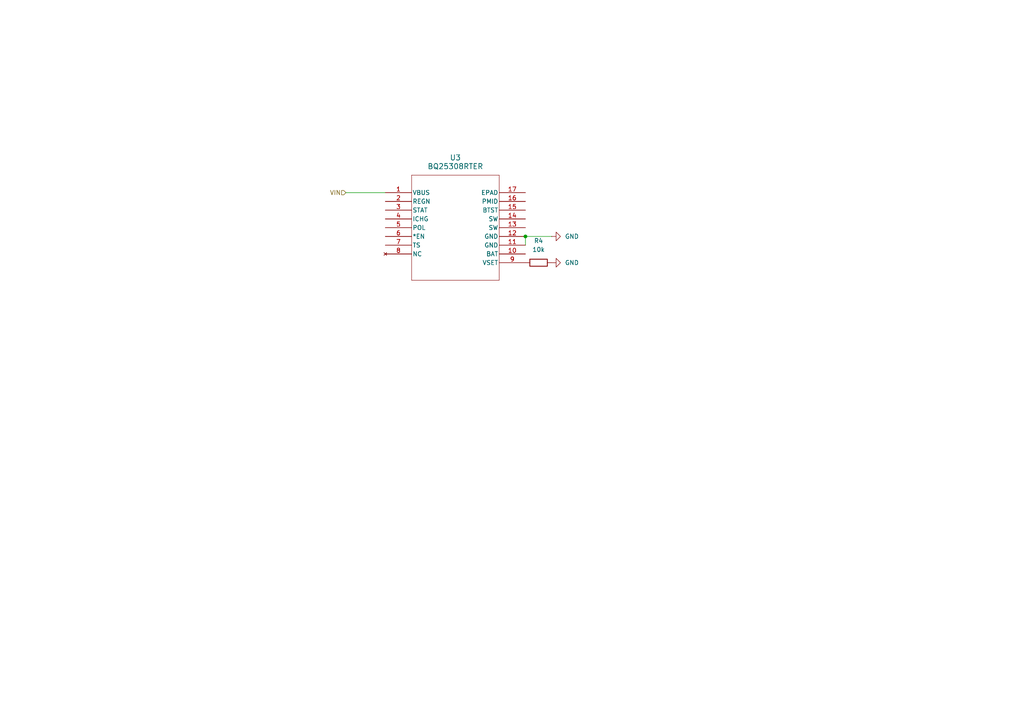
<source format=kicad_sch>
(kicad_sch (version 20231120) (generator "eeschema") (generator_version "8.0")
  (paper "A4")
  (lib_symbols
    (symbol "BQ25308:BQ25308RTER" (pin_names (offset 0.254))
      (property "Reference" "U" (at 20.32 10.16 0))
      (property "Value" "BQ25308RTER" (at 20.32 7.62 0))
      (symbol "BQ25308RTER_0_1"
        (polyline (pts (xy 7.62 -25.4) (xy 33.02 -25.4)) (stroke (width 0.127)))
        (polyline (pts (xy 7.62 5.08) (xy 7.62 -25.4)) (stroke (width 0.127)))
        (polyline (pts (xy 33.02 -25.4) (xy 33.02 5.08)) (stroke (width 0.127)))
        (polyline (pts (xy 33.02 5.08) (xy 7.62 5.08)) (stroke (width 0.127)))
        (pin power_in line (at 0 0 0) (length 7.62) (name "VBUS") (number "1"))
        (pin input line (at 40.64 -17.78 180) (length 7.62) (name "BAT") (number "10"))
        (pin power_out line (at 40.64 -15.24 180) (length 7.62) (name "GND") (number "11"))
        (pin power_out line (at 40.64 -12.7 180) (length 7.62) (name "GND") (number "12"))
        (pin power_in line (at 40.64 -10.16 180) (length 7.62) (name "SW") (number "13"))
        (pin power_in line (at 40.64 -7.62 180) (length 7.62) (name "SW") (number "14"))
        (pin power_in line (at 40.64 -5.08 180) (length 7.62) (name "BTST") (number "15"))
        (pin power_in line (at 40.64 -2.54 180) (length 7.62) (name "PMID") (number "16"))
        (pin unspecified line (at 40.64 0 180) (length 7.62) (name "EPAD") (number "17"))
        (pin power_in line (at 0 -2.54 0) (length 7.62) (name "REGN") (number "2"))
        (pin output line (at 0 -5.08 0) (length 7.62) (name "STAT") (number "3"))
        (pin input line (at 0 -7.62 0) (length 7.62) (name "ICHG") (number "4"))
        (pin input line (at 0 -10.16 0) (length 7.62) (name "POL") (number "5"))
        (pin input line (at 0 -12.7 0) (length 7.62) (name "*EN") (number "6"))
        (pin input line (at 0 -15.24 0) (length 7.62) (name "TS") (number "7"))
        (pin no_connect line (at 0 -17.78 0) (length 7.62) (name "NC") (number "8"))
        (pin input line (at 40.64 -20.32 180) (length 7.62) (name "VSET") (number "9"))
      )
    )
    (symbol "Device:R" (pin_numbers hide) (pin_names (offset 0))
      (property "Reference" "R" (at 2.032 0 90))
      (property "Value" "R" (at 0 0 90))
      (symbol "R_0_1"
        (rectangle (start -1.016 -2.54) (end 1.016 2.54) (stroke (width 0.254)))
      )
      (symbol "R_1_1"
        (pin passive line (at 0 3.81 270) (length 1.27) (name "~") (number "1"))
        (pin passive line (at 0 -3.81 90) (length 1.27) (name "~") (number "2"))
      )
    )
    (symbol "power:GND" (power) (pin_numbers hide) (pin_names (offset 0) hide)
      (property "Value" "GND" (at 0 -3.81 0))
      (symbol "GND_0_1"
        (polyline (pts (xy 0 0) (xy 0 -1.27) (xy 1.27 -1.27) (xy 0 -2.54) (xy -1.27 -1.27) (xy 0 -1.27)))
      )
      (symbol "GND_1_1"
        (pin power_in line (at 0 0 270) (length 0) (name "~") (number "1"))
      )
    )
  )
  (junction (at 152.4 68.58))
  (wire (pts (xy 160.02 68.58) (xy 152.4 68.58)))
  (wire (pts (xy 152.4 68.58) (xy 152.4 71.12)))
  (wire (pts (xy 100.33 55.88) (xy 111.76 55.88)))
  (hierarchical_label "VIN" (shape input) (at 100.33 55.88 180))
  (symbol (lib_id "Device:R") (at 156.21 76.2 270) (unit 1)
    (property "Reference" "R4" (at 156.21 69.85 90))
    (property "Value" "10k" (at 156.21 72.39 90))
    (property "Description" "Resistor" (effects (hide yes)))
  )
  (symbol (lib_id "power:GND") (at 160.02 76.2 90) (unit 1)
    (property "Reference" "#PWR08" (effects (hide yes)))
    (property "Value" "GND" (at 163.83 76.1999 90) (effects (justify right)))
    (property "Description" "Power symbol creates a global label with name \"GND\" , ground" (effects (hide yes)))
  )
  (symbol (lib_id "BQ25308:BQ25308RTER") (at 111.76 55.88 0) (unit 1)
    (property "Reference" "U3" (at 132.08 45.72 0) (effects (font (size 1.524 1.524))))
    (property "Value" "BQ25308RTER" (at 132.08 48.26 0) (effects (font (size 1.524 1.524))))
    (property "Footprint" "WQFN16_RTE_TEX" (effects (hide yes)))
    (property "Datasheet" "BQ25308RTER" (effects (hide yes)))
  )
  (symbol (lib_id "power:GND") (at 160.02 68.58 90) (unit 1)
    (property "Reference" "#PWR07" (effects (hide yes)))
    (property "Value" "GND" (at 163.83 68.5799 90) (effects (justify right)))
    (property "Description" "Power symbol creates a global label with name \"GND\" , ground" (effects (hide yes)))
  )
)
</source>
